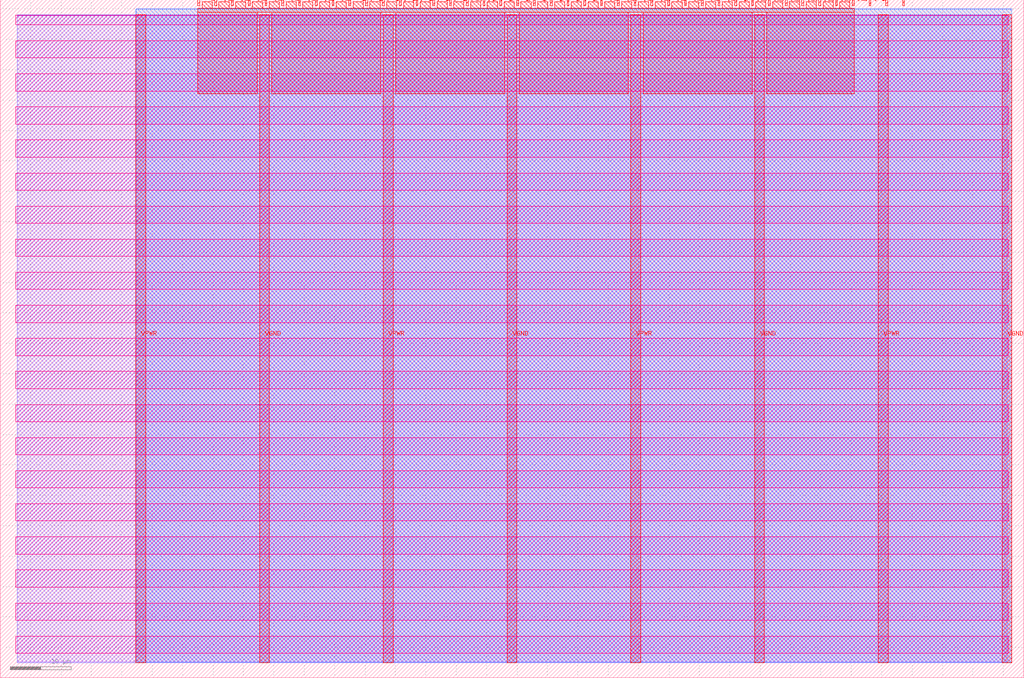
<source format=lef>
VERSION 5.7 ;
  NOWIREEXTENSIONATPIN ON ;
  DIVIDERCHAR "/" ;
  BUSBITCHARS "[]" ;
MACRO tt_um_perceptron_connorguzi_dup
  CLASS BLOCK ;
  FOREIGN tt_um_perceptron_connorguzi_dup ;
  ORIGIN 0.000 0.000 ;
  SIZE 168.360 BY 111.520 ;
  PIN VGND
    DIRECTION INOUT ;
    USE GROUND ;
    PORT
      LAYER met4 ;
        RECT 42.670 2.480 44.270 109.040 ;
    END
    PORT
      LAYER met4 ;
        RECT 83.380 2.480 84.980 109.040 ;
    END
    PORT
      LAYER met4 ;
        RECT 124.090 2.480 125.690 109.040 ;
    END
    PORT
      LAYER met4 ;
        RECT 164.800 2.480 166.400 109.040 ;
    END
  END VGND
  PIN VPWR
    DIRECTION INOUT ;
    USE POWER ;
    PORT
      LAYER met4 ;
        RECT 22.315 2.480 23.915 109.040 ;
    END
    PORT
      LAYER met4 ;
        RECT 63.025 2.480 64.625 109.040 ;
    END
    PORT
      LAYER met4 ;
        RECT 103.735 2.480 105.335 109.040 ;
    END
    PORT
      LAYER met4 ;
        RECT 144.445 2.480 146.045 109.040 ;
    END
  END VPWR
  PIN clk
    DIRECTION INPUT ;
    USE SIGNAL ;
    PORT
      LAYER met4 ;
        RECT 145.670 110.520 145.970 111.520 ;
    END
  END clk
  PIN ena
    DIRECTION INPUT ;
    USE SIGNAL ;
    PORT
      LAYER met4 ;
        RECT 148.430 110.520 148.730 111.520 ;
    END
  END ena
  PIN rst_n
    DIRECTION INPUT ;
    USE SIGNAL ;
    PORT
      LAYER met4 ;
        RECT 142.910 110.520 143.210 111.520 ;
    END
  END rst_n
  PIN ui_in[0]
    DIRECTION INPUT ;
    USE SIGNAL ;
    ANTENNAGATEAREA 0.159000 ;
    PORT
      LAYER met4 ;
        RECT 140.150 110.520 140.450 111.520 ;
    END
  END ui_in[0]
  PIN ui_in[1]
    DIRECTION INPUT ;
    USE SIGNAL ;
    ANTENNAGATEAREA 0.213000 ;
    PORT
      LAYER met4 ;
        RECT 137.390 110.520 137.690 111.520 ;
    END
  END ui_in[1]
  PIN ui_in[2]
    DIRECTION INPUT ;
    USE SIGNAL ;
    ANTENNAGATEAREA 0.159000 ;
    PORT
      LAYER met4 ;
        RECT 134.630 110.520 134.930 111.520 ;
    END
  END ui_in[2]
  PIN ui_in[3]
    DIRECTION INPUT ;
    USE SIGNAL ;
    ANTENNAGATEAREA 0.213000 ;
    PORT
      LAYER met4 ;
        RECT 131.870 110.520 132.170 111.520 ;
    END
  END ui_in[3]
  PIN ui_in[4]
    DIRECTION INPUT ;
    USE SIGNAL ;
    ANTENNAGATEAREA 0.126000 ;
    PORT
      LAYER met4 ;
        RECT 129.110 110.520 129.410 111.520 ;
    END
  END ui_in[4]
  PIN ui_in[5]
    DIRECTION INPUT ;
    USE SIGNAL ;
    ANTENNAGATEAREA 0.213000 ;
    PORT
      LAYER met4 ;
        RECT 126.350 110.520 126.650 111.520 ;
    END
  END ui_in[5]
  PIN ui_in[6]
    DIRECTION INPUT ;
    USE SIGNAL ;
    ANTENNAGATEAREA 0.213000 ;
    PORT
      LAYER met4 ;
        RECT 123.590 110.520 123.890 111.520 ;
    END
  END ui_in[6]
  PIN ui_in[7]
    DIRECTION INPUT ;
    USE SIGNAL ;
    PORT
      LAYER met4 ;
        RECT 120.830 110.520 121.130 111.520 ;
    END
  END ui_in[7]
  PIN uio_in[0]
    DIRECTION INPUT ;
    USE SIGNAL ;
    PORT
      LAYER met4 ;
        RECT 118.070 110.520 118.370 111.520 ;
    END
  END uio_in[0]
  PIN uio_in[1]
    DIRECTION INPUT ;
    USE SIGNAL ;
    PORT
      LAYER met4 ;
        RECT 115.310 110.520 115.610 111.520 ;
    END
  END uio_in[1]
  PIN uio_in[2]
    DIRECTION INPUT ;
    USE SIGNAL ;
    PORT
      LAYER met4 ;
        RECT 112.550 110.520 112.850 111.520 ;
    END
  END uio_in[2]
  PIN uio_in[3]
    DIRECTION INPUT ;
    USE SIGNAL ;
    PORT
      LAYER met4 ;
        RECT 109.790 110.520 110.090 111.520 ;
    END
  END uio_in[3]
  PIN uio_in[4]
    DIRECTION INPUT ;
    USE SIGNAL ;
    PORT
      LAYER met4 ;
        RECT 107.030 110.520 107.330 111.520 ;
    END
  END uio_in[4]
  PIN uio_in[5]
    DIRECTION INPUT ;
    USE SIGNAL ;
    PORT
      LAYER met4 ;
        RECT 104.270 110.520 104.570 111.520 ;
    END
  END uio_in[5]
  PIN uio_in[6]
    DIRECTION INPUT ;
    USE SIGNAL ;
    PORT
      LAYER met4 ;
        RECT 101.510 110.520 101.810 111.520 ;
    END
  END uio_in[6]
  PIN uio_in[7]
    DIRECTION INPUT ;
    USE SIGNAL ;
    PORT
      LAYER met4 ;
        RECT 98.750 110.520 99.050 111.520 ;
    END
  END uio_in[7]
  PIN uio_oe[0]
    DIRECTION OUTPUT TRISTATE ;
    USE SIGNAL ;
    PORT
      LAYER met4 ;
        RECT 51.830 110.520 52.130 111.520 ;
    END
  END uio_oe[0]
  PIN uio_oe[1]
    DIRECTION OUTPUT TRISTATE ;
    USE SIGNAL ;
    PORT
      LAYER met4 ;
        RECT 49.070 110.520 49.370 111.520 ;
    END
  END uio_oe[1]
  PIN uio_oe[2]
    DIRECTION OUTPUT TRISTATE ;
    USE SIGNAL ;
    PORT
      LAYER met4 ;
        RECT 46.310 110.520 46.610 111.520 ;
    END
  END uio_oe[2]
  PIN uio_oe[3]
    DIRECTION OUTPUT TRISTATE ;
    USE SIGNAL ;
    PORT
      LAYER met4 ;
        RECT 43.550 110.520 43.850 111.520 ;
    END
  END uio_oe[3]
  PIN uio_oe[4]
    DIRECTION OUTPUT TRISTATE ;
    USE SIGNAL ;
    PORT
      LAYER met4 ;
        RECT 40.790 110.520 41.090 111.520 ;
    END
  END uio_oe[4]
  PIN uio_oe[5]
    DIRECTION OUTPUT TRISTATE ;
    USE SIGNAL ;
    PORT
      LAYER met4 ;
        RECT 38.030 110.520 38.330 111.520 ;
    END
  END uio_oe[5]
  PIN uio_oe[6]
    DIRECTION OUTPUT TRISTATE ;
    USE SIGNAL ;
    PORT
      LAYER met4 ;
        RECT 35.270 110.520 35.570 111.520 ;
    END
  END uio_oe[6]
  PIN uio_oe[7]
    DIRECTION OUTPUT TRISTATE ;
    USE SIGNAL ;
    PORT
      LAYER met4 ;
        RECT 32.510 110.520 32.810 111.520 ;
    END
  END uio_oe[7]
  PIN uio_out[0]
    DIRECTION OUTPUT TRISTATE ;
    USE SIGNAL ;
    PORT
      LAYER met4 ;
        RECT 73.910 110.520 74.210 111.520 ;
    END
  END uio_out[0]
  PIN uio_out[1]
    DIRECTION OUTPUT TRISTATE ;
    USE SIGNAL ;
    PORT
      LAYER met4 ;
        RECT 71.150 110.520 71.450 111.520 ;
    END
  END uio_out[1]
  PIN uio_out[2]
    DIRECTION OUTPUT TRISTATE ;
    USE SIGNAL ;
    PORT
      LAYER met4 ;
        RECT 68.390 110.520 68.690 111.520 ;
    END
  END uio_out[2]
  PIN uio_out[3]
    DIRECTION OUTPUT TRISTATE ;
    USE SIGNAL ;
    PORT
      LAYER met4 ;
        RECT 65.630 110.520 65.930 111.520 ;
    END
  END uio_out[3]
  PIN uio_out[4]
    DIRECTION OUTPUT TRISTATE ;
    USE SIGNAL ;
    PORT
      LAYER met4 ;
        RECT 62.870 110.520 63.170 111.520 ;
    END
  END uio_out[4]
  PIN uio_out[5]
    DIRECTION OUTPUT TRISTATE ;
    USE SIGNAL ;
    PORT
      LAYER met4 ;
        RECT 60.110 110.520 60.410 111.520 ;
    END
  END uio_out[5]
  PIN uio_out[6]
    DIRECTION OUTPUT TRISTATE ;
    USE SIGNAL ;
    PORT
      LAYER met4 ;
        RECT 57.350 110.520 57.650 111.520 ;
    END
  END uio_out[6]
  PIN uio_out[7]
    DIRECTION OUTPUT TRISTATE ;
    USE SIGNAL ;
    PORT
      LAYER met4 ;
        RECT 54.590 110.520 54.890 111.520 ;
    END
  END uio_out[7]
  PIN uo_out[0]
    DIRECTION OUTPUT TRISTATE ;
    USE SIGNAL ;
    ANTENNADIFFAREA 0.445500 ;
    PORT
      LAYER met4 ;
        RECT 95.990 110.520 96.290 111.520 ;
    END
  END uo_out[0]
  PIN uo_out[1]
    DIRECTION OUTPUT TRISTATE ;
    USE SIGNAL ;
    ANTENNADIFFAREA 0.445500 ;
    PORT
      LAYER met4 ;
        RECT 93.230 110.520 93.530 111.520 ;
    END
  END uo_out[1]
  PIN uo_out[2]
    DIRECTION OUTPUT TRISTATE ;
    USE SIGNAL ;
    ANTENNADIFFAREA 0.445500 ;
    PORT
      LAYER met4 ;
        RECT 90.470 110.520 90.770 111.520 ;
    END
  END uo_out[2]
  PIN uo_out[3]
    DIRECTION OUTPUT TRISTATE ;
    USE SIGNAL ;
    ANTENNADIFFAREA 0.445500 ;
    PORT
      LAYER met4 ;
        RECT 87.710 110.520 88.010 111.520 ;
    END
  END uo_out[3]
  PIN uo_out[4]
    DIRECTION OUTPUT TRISTATE ;
    USE SIGNAL ;
    ANTENNADIFFAREA 0.911000 ;
    PORT
      LAYER met4 ;
        RECT 84.950 110.520 85.250 111.520 ;
    END
  END uo_out[4]
  PIN uo_out[5]
    DIRECTION OUTPUT TRISTATE ;
    USE SIGNAL ;
    ANTENNADIFFAREA 0.891000 ;
    PORT
      LAYER met4 ;
        RECT 82.190 110.520 82.490 111.520 ;
    END
  END uo_out[5]
  PIN uo_out[6]
    DIRECTION OUTPUT TRISTATE ;
    USE SIGNAL ;
    ANTENNADIFFAREA 0.891000 ;
    PORT
      LAYER met4 ;
        RECT 79.430 110.520 79.730 111.520 ;
    END
  END uo_out[6]
  PIN uo_out[7]
    DIRECTION OUTPUT TRISTATE ;
    USE SIGNAL ;
    ANTENNADIFFAREA 0.445500 ;
    PORT
      LAYER met4 ;
        RECT 76.670 110.520 76.970 111.520 ;
    END
  END uo_out[7]
  OBS
      LAYER nwell ;
        RECT 2.570 107.385 165.790 108.990 ;
        RECT 2.570 101.945 165.790 104.775 ;
        RECT 2.570 96.505 165.790 99.335 ;
        RECT 2.570 91.065 165.790 93.895 ;
        RECT 2.570 85.625 165.790 88.455 ;
        RECT 2.570 80.185 165.790 83.015 ;
        RECT 2.570 74.745 165.790 77.575 ;
        RECT 2.570 69.305 165.790 72.135 ;
        RECT 2.570 63.865 165.790 66.695 ;
        RECT 2.570 58.425 165.790 61.255 ;
        RECT 2.570 52.985 165.790 55.815 ;
        RECT 2.570 47.545 165.790 50.375 ;
        RECT 2.570 42.105 165.790 44.935 ;
        RECT 2.570 36.665 165.790 39.495 ;
        RECT 2.570 31.225 165.790 34.055 ;
        RECT 2.570 25.785 165.790 28.615 ;
        RECT 2.570 20.345 165.790 23.175 ;
        RECT 2.570 14.905 165.790 17.735 ;
        RECT 2.570 9.465 165.790 12.295 ;
        RECT 2.570 4.025 165.790 6.855 ;
      LAYER li1 ;
        RECT 2.760 2.635 165.600 108.885 ;
      LAYER met1 ;
        RECT 2.760 2.480 166.400 109.040 ;
      LAYER met2 ;
        RECT 22.345 2.535 166.370 110.005 ;
      LAYER met3 ;
        RECT 22.325 2.555 166.390 109.985 ;
      LAYER met4 ;
        RECT 33.210 110.120 34.870 111.170 ;
        RECT 35.970 110.120 37.630 111.170 ;
        RECT 38.730 110.120 40.390 111.170 ;
        RECT 41.490 110.120 43.150 111.170 ;
        RECT 44.250 110.120 45.910 111.170 ;
        RECT 47.010 110.120 48.670 111.170 ;
        RECT 49.770 110.120 51.430 111.170 ;
        RECT 52.530 110.120 54.190 111.170 ;
        RECT 55.290 110.120 56.950 111.170 ;
        RECT 58.050 110.120 59.710 111.170 ;
        RECT 60.810 110.120 62.470 111.170 ;
        RECT 63.570 110.120 65.230 111.170 ;
        RECT 66.330 110.120 67.990 111.170 ;
        RECT 69.090 110.120 70.750 111.170 ;
        RECT 71.850 110.120 73.510 111.170 ;
        RECT 74.610 110.120 76.270 111.170 ;
        RECT 77.370 110.120 79.030 111.170 ;
        RECT 80.130 110.120 81.790 111.170 ;
        RECT 82.890 110.120 84.550 111.170 ;
        RECT 85.650 110.120 87.310 111.170 ;
        RECT 88.410 110.120 90.070 111.170 ;
        RECT 91.170 110.120 92.830 111.170 ;
        RECT 93.930 110.120 95.590 111.170 ;
        RECT 96.690 110.120 98.350 111.170 ;
        RECT 99.450 110.120 101.110 111.170 ;
        RECT 102.210 110.120 103.870 111.170 ;
        RECT 104.970 110.120 106.630 111.170 ;
        RECT 107.730 110.120 109.390 111.170 ;
        RECT 110.490 110.120 112.150 111.170 ;
        RECT 113.250 110.120 114.910 111.170 ;
        RECT 116.010 110.120 117.670 111.170 ;
        RECT 118.770 110.120 120.430 111.170 ;
        RECT 121.530 110.120 123.190 111.170 ;
        RECT 124.290 110.120 125.950 111.170 ;
        RECT 127.050 110.120 128.710 111.170 ;
        RECT 129.810 110.120 131.470 111.170 ;
        RECT 132.570 110.120 134.230 111.170 ;
        RECT 135.330 110.120 136.990 111.170 ;
        RECT 138.090 110.120 139.750 111.170 ;
        RECT 32.495 109.440 140.465 110.120 ;
        RECT 32.495 96.055 42.270 109.440 ;
        RECT 44.670 96.055 62.625 109.440 ;
        RECT 65.025 96.055 82.980 109.440 ;
        RECT 85.380 96.055 103.335 109.440 ;
        RECT 105.735 96.055 123.690 109.440 ;
        RECT 126.090 96.055 140.465 109.440 ;
  END
END tt_um_perceptron_connorguzi_dup
END LIBRARY


</source>
